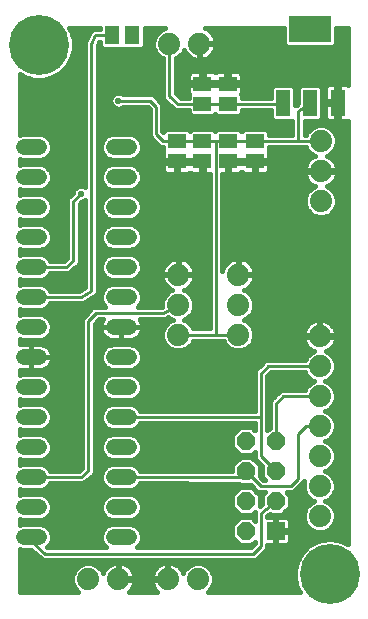
<source format=gbl>
G75*
%MOIN*%
%OFA0B0*%
%FSLAX24Y24*%
%IPPOS*%
%LPD*%
%AMOC8*
5,1,8,0,0,1.08239X$1,22.5*
%
%ADD10C,0.0740*%
%ADD11R,0.0591X0.0512*%
%ADD12R,0.0480X0.0880*%
%ADD13R,0.1417X0.0866*%
%ADD14R,0.0600X0.0600*%
%ADD15OC8,0.0600*%
%ADD16R,0.0512X0.0591*%
%ADD17C,0.0520*%
%ADD18C,0.0160*%
%ADD19C,0.0210*%
%ADD20C,0.0100*%
%ADD21C,0.2000*%
D10*
X007180Y007580D03*
X008180Y007580D03*
X009830Y007580D03*
X010830Y007580D03*
X014894Y009680D03*
X014894Y010680D03*
X014894Y011680D03*
X014894Y012680D03*
X014894Y013680D03*
X014894Y014680D03*
X014894Y015680D03*
X012180Y015730D03*
X012180Y016730D03*
X012180Y017730D03*
X010180Y017730D03*
X010180Y016730D03*
X010180Y015730D03*
X014930Y020180D03*
X014930Y021180D03*
X014930Y022180D03*
X010880Y025430D03*
X009880Y025430D03*
D11*
X010981Y024088D03*
X010981Y023419D03*
X011831Y023419D03*
X011831Y024088D03*
X011835Y022180D03*
X011835Y021510D03*
X010985Y021510D03*
X010985Y022180D03*
X010135Y022180D03*
X010135Y021510D03*
X012735Y021510D03*
X012735Y022180D03*
D12*
X013670Y023460D03*
X014580Y023460D03*
X015490Y023460D03*
D13*
X014580Y025900D03*
D14*
X013430Y009180D03*
D15*
X013430Y010180D03*
X013430Y011180D03*
X013430Y012180D03*
X012430Y012180D03*
X012430Y011180D03*
X012430Y010180D03*
X012430Y009180D03*
D16*
X008640Y025705D03*
X007970Y025705D03*
D17*
X008020Y021980D02*
X008540Y021980D01*
X008540Y020980D02*
X008020Y020980D01*
X008020Y019980D02*
X008540Y019980D01*
X008540Y018980D02*
X008020Y018980D01*
X008020Y017980D02*
X008540Y017980D01*
X008540Y016980D02*
X008020Y016980D01*
X008020Y015980D02*
X008540Y015980D01*
X008540Y014980D02*
X008020Y014980D01*
X008020Y013980D02*
X008540Y013980D01*
X008540Y012980D02*
X008020Y012980D01*
X008020Y011980D02*
X008540Y011980D01*
X008540Y010980D02*
X008020Y010980D01*
X008020Y009980D02*
X008540Y009980D01*
X008540Y008980D02*
X008020Y008980D01*
X005540Y008980D02*
X005020Y008980D01*
X005020Y009980D02*
X005540Y009980D01*
X005540Y010980D02*
X005020Y010980D01*
X005020Y011980D02*
X005540Y011980D01*
X005540Y012980D02*
X005020Y012980D01*
X005020Y013980D02*
X005540Y013980D01*
X005540Y014980D02*
X005020Y014980D01*
X005020Y015980D02*
X005540Y015980D01*
X005540Y016980D02*
X005020Y016980D01*
X005020Y017980D02*
X005540Y017980D01*
X005540Y018980D02*
X005020Y018980D01*
X005020Y019980D02*
X005540Y019980D01*
X005540Y020980D02*
X005020Y020980D01*
X005020Y021980D02*
X005540Y021980D01*
D18*
X004910Y008571D02*
X004910Y007160D01*
X006850Y007160D01*
X006731Y007280D01*
X006650Y007475D01*
X006650Y007685D01*
X006731Y007880D01*
X006880Y008029D01*
X007075Y008110D01*
X007285Y008110D01*
X007480Y008029D01*
X007629Y007880D01*
X007669Y007786D01*
X007670Y007791D01*
X007710Y007868D01*
X007760Y007938D01*
X007822Y008000D01*
X007892Y008050D01*
X007969Y008090D01*
X008051Y008116D01*
X008137Y008130D01*
X008160Y008130D01*
X008160Y007600D01*
X008200Y007600D01*
X008200Y008130D01*
X008223Y008130D01*
X008309Y008116D01*
X008391Y008090D01*
X008468Y008050D01*
X008538Y008000D01*
X008600Y007938D01*
X008650Y007868D01*
X008690Y007791D01*
X008716Y007709D01*
X008730Y007623D01*
X008730Y007600D01*
X008200Y007600D01*
X008200Y007560D01*
X008730Y007560D01*
X008730Y007537D01*
X008716Y007451D01*
X008690Y007369D01*
X008650Y007292D01*
X008600Y007222D01*
X008538Y007160D01*
X008538Y007160D01*
X009472Y007160D01*
X009472Y007160D01*
X009410Y007222D01*
X009360Y007292D01*
X009320Y007369D01*
X009294Y007451D01*
X009280Y007537D01*
X009280Y007560D01*
X009810Y007560D01*
X009810Y007600D01*
X009810Y008130D01*
X009787Y008130D01*
X009701Y008116D01*
X009619Y008090D01*
X009542Y008050D01*
X009472Y008000D01*
X009410Y007938D01*
X009360Y007868D01*
X009320Y007791D01*
X009294Y007709D01*
X009280Y007623D01*
X009280Y007600D01*
X009810Y007600D01*
X009850Y007600D01*
X009850Y008130D01*
X009873Y008130D01*
X009959Y008116D01*
X010041Y008090D01*
X010118Y008050D01*
X010188Y008000D01*
X010250Y007938D01*
X010300Y007868D01*
X010340Y007791D01*
X010341Y007786D01*
X010381Y007880D01*
X010530Y008029D01*
X010725Y008110D01*
X010935Y008110D01*
X011130Y008029D01*
X011279Y007880D01*
X011360Y007685D01*
X011360Y007475D01*
X011279Y007280D01*
X011160Y007160D01*
X014224Y007160D01*
X014147Y007294D01*
X014068Y007589D01*
X014068Y007894D01*
X014147Y008189D01*
X014299Y008454D01*
X014515Y008669D01*
X014780Y008822D01*
X015075Y008901D01*
X015380Y008901D01*
X015675Y008822D01*
X015820Y008739D01*
X015820Y022864D01*
X015799Y022852D01*
X015754Y022840D01*
X015530Y022840D01*
X015530Y023420D01*
X015450Y023420D01*
X015450Y022840D01*
X015226Y022840D01*
X015181Y022852D01*
X015139Y022876D01*
X015106Y022909D01*
X015082Y022951D01*
X015070Y022996D01*
X015070Y023420D01*
X015450Y023420D01*
X015450Y023500D01*
X015450Y024080D01*
X015226Y024080D01*
X015181Y024068D01*
X015139Y024044D01*
X015106Y024011D01*
X015082Y023969D01*
X015070Y023924D01*
X015070Y023500D01*
X015450Y023500D01*
X015530Y023500D01*
X015530Y024080D01*
X015754Y024080D01*
X015799Y024068D01*
X015820Y024056D01*
X015820Y025946D01*
X015449Y025946D01*
X015449Y025401D01*
X015355Y025307D01*
X013805Y025307D01*
X013711Y025401D01*
X013711Y025946D01*
X011072Y025946D01*
X011091Y025940D01*
X011168Y025900D01*
X011238Y025850D01*
X011300Y025788D01*
X011350Y025718D01*
X011390Y025641D01*
X011416Y025559D01*
X011430Y025473D01*
X011430Y025450D01*
X010900Y025450D01*
X010900Y025410D01*
X011430Y025410D01*
X011430Y025387D01*
X011416Y025301D01*
X011390Y025219D01*
X011350Y025142D01*
X011300Y025072D01*
X011238Y025010D01*
X011168Y024960D01*
X011091Y024920D01*
X011009Y024894D01*
X010923Y024880D01*
X010900Y024880D01*
X010900Y025410D01*
X010860Y025410D01*
X010860Y024880D01*
X010837Y024880D01*
X010751Y024894D01*
X010669Y024920D01*
X010592Y024960D01*
X010522Y025010D01*
X010460Y025072D01*
X010410Y025142D01*
X010370Y025219D01*
X010369Y025224D01*
X010329Y025130D01*
X010180Y024981D01*
X010090Y024943D01*
X010090Y023767D01*
X010256Y023629D01*
X010526Y023629D01*
X010526Y023741D01*
X010529Y023744D01*
X010518Y023763D01*
X010506Y023809D01*
X010506Y024040D01*
X010933Y024040D01*
X010933Y024136D01*
X010506Y024136D01*
X010506Y024368D01*
X010518Y024414D01*
X010542Y024455D01*
X010575Y024488D01*
X010616Y024512D01*
X010662Y024524D01*
X010933Y024524D01*
X010933Y024136D01*
X011029Y024136D01*
X011783Y024136D01*
X011783Y024040D01*
X011356Y024040D01*
X011029Y024040D01*
X011029Y024136D01*
X011029Y024524D01*
X011300Y024524D01*
X011346Y024512D01*
X011387Y024488D01*
X011406Y024469D01*
X011425Y024488D01*
X011466Y024512D01*
X011512Y024524D01*
X011783Y024524D01*
X011783Y024136D01*
X011879Y024136D01*
X012307Y024136D01*
X012307Y024368D01*
X012294Y024414D01*
X012271Y024455D01*
X012237Y024488D01*
X012196Y024512D01*
X012150Y024524D01*
X011879Y024524D01*
X011879Y024136D01*
X011879Y024040D01*
X012307Y024040D01*
X012307Y023809D01*
X012294Y023763D01*
X012283Y023744D01*
X012287Y023741D01*
X012287Y023629D01*
X013270Y023628D01*
X013270Y023966D01*
X013364Y024060D01*
X013976Y024060D01*
X014070Y023966D01*
X014070Y023367D01*
X014099Y023396D01*
X014121Y023396D01*
X014180Y023438D01*
X014180Y023966D01*
X014274Y024060D01*
X014886Y024060D01*
X014980Y023966D01*
X014980Y022954D01*
X014886Y022860D01*
X014396Y022860D01*
X014395Y022390D01*
X014443Y022390D01*
X014481Y022480D01*
X014630Y022629D01*
X014825Y022710D01*
X015035Y022710D01*
X015230Y022629D01*
X015379Y022480D01*
X015460Y022285D01*
X015460Y022075D01*
X015379Y021880D01*
X015230Y021731D01*
X015136Y021691D01*
X015141Y021690D01*
X015218Y021650D01*
X015288Y021600D01*
X015350Y021538D01*
X015400Y021468D01*
X015440Y021391D01*
X015466Y021309D01*
X015480Y021223D01*
X015480Y021200D01*
X014950Y021200D01*
X014950Y021160D01*
X015480Y021160D01*
X015480Y021137D01*
X015466Y021051D01*
X015440Y020969D01*
X015400Y020892D01*
X015350Y020822D01*
X015288Y020760D01*
X015218Y020710D01*
X015141Y020670D01*
X015136Y020669D01*
X015230Y020629D01*
X015379Y020480D01*
X015460Y020285D01*
X015460Y020075D01*
X015379Y019880D01*
X015230Y019731D01*
X015035Y019650D01*
X014825Y019650D01*
X014630Y019731D01*
X014481Y019880D01*
X014400Y020075D01*
X014400Y020285D01*
X014481Y020480D01*
X014630Y020629D01*
X014724Y020669D01*
X014719Y020670D01*
X014642Y020710D01*
X014572Y020760D01*
X014510Y020822D01*
X014460Y020892D01*
X014420Y020969D01*
X014394Y021051D01*
X014380Y021137D01*
X014380Y021160D01*
X014910Y021160D01*
X014910Y021200D01*
X014380Y021200D01*
X014380Y021223D01*
X014394Y021309D01*
X014420Y021391D01*
X014460Y021468D01*
X014510Y021538D01*
X014572Y021600D01*
X014642Y021650D01*
X014719Y021690D01*
X014724Y021691D01*
X014630Y021731D01*
X014481Y021880D01*
X014443Y021970D01*
X014272Y021970D01*
X014272Y021970D01*
X014185Y021970D01*
X013272Y021970D01*
X013272Y021970D01*
X013190Y021970D01*
X013190Y021857D01*
X013187Y021854D01*
X013198Y021836D01*
X013210Y021790D01*
X013210Y021558D01*
X012783Y021558D01*
X012783Y021462D01*
X012783Y021074D01*
X013054Y021074D01*
X013100Y021087D01*
X013141Y021110D01*
X013174Y021144D01*
X013198Y021185D01*
X013210Y021231D01*
X013210Y021462D01*
X012783Y021462D01*
X012687Y021462D01*
X012687Y021074D01*
X012416Y021074D01*
X012370Y021087D01*
X012329Y021110D01*
X012296Y021144D01*
X012285Y021162D01*
X012274Y021144D01*
X012241Y021110D01*
X012200Y021087D01*
X012154Y021074D01*
X011883Y021074D01*
X011883Y021462D01*
X011787Y021462D01*
X011787Y021074D01*
X011640Y021074D01*
X011640Y017836D01*
X011644Y017859D01*
X011670Y017941D01*
X011710Y018018D01*
X011760Y018088D01*
X011822Y018150D01*
X011892Y018200D01*
X011969Y018240D01*
X012051Y018266D01*
X012137Y018280D01*
X012160Y018280D01*
X012160Y017750D01*
X012200Y017750D01*
X012200Y018280D01*
X012223Y018280D01*
X012309Y018266D01*
X012391Y018240D01*
X012468Y018200D01*
X012538Y018150D01*
X012600Y018088D01*
X012650Y018018D01*
X012690Y017941D01*
X012716Y017859D01*
X012730Y017773D01*
X012730Y017750D01*
X012200Y017750D01*
X012200Y017710D01*
X012730Y017710D01*
X012730Y017687D01*
X012716Y017601D01*
X012690Y017519D01*
X012650Y017442D01*
X012600Y017372D01*
X012538Y017310D01*
X012468Y017260D01*
X012391Y017220D01*
X012386Y017219D01*
X012480Y017179D01*
X012629Y017030D01*
X012710Y016835D01*
X012710Y016625D01*
X012629Y016430D01*
X012480Y016281D01*
X012358Y016230D01*
X012480Y016179D01*
X012629Y016030D01*
X012710Y015835D01*
X012710Y015625D01*
X012629Y015430D01*
X012480Y015281D01*
X012285Y015200D01*
X012075Y015200D01*
X011880Y015281D01*
X011731Y015430D01*
X011693Y015520D01*
X010667Y015520D01*
X010629Y015430D01*
X010480Y015281D01*
X010285Y015200D01*
X010075Y015200D01*
X009880Y015281D01*
X009731Y015430D01*
X009650Y015625D01*
X009650Y015835D01*
X009731Y016030D01*
X009880Y016179D01*
X010002Y016230D01*
X009880Y016281D01*
X009852Y016309D01*
X009813Y016287D01*
X009772Y016246D01*
X009739Y016246D01*
X009711Y016230D01*
X009655Y016246D01*
X008890Y016246D01*
X008916Y016211D01*
X008948Y016149D01*
X008969Y016083D01*
X008980Y016015D01*
X008980Y015980D01*
X008280Y015980D01*
X008280Y015980D01*
X008980Y015980D01*
X008980Y015945D01*
X008969Y015877D01*
X008948Y015811D01*
X008916Y015749D01*
X008876Y015693D01*
X008827Y015644D01*
X008771Y015604D01*
X008709Y015572D01*
X008643Y015551D01*
X008575Y015540D01*
X008280Y015540D01*
X008280Y015980D01*
X008280Y015980D01*
X008280Y015980D01*
X007580Y015980D01*
X007580Y016015D01*
X007591Y016083D01*
X007612Y016149D01*
X007644Y016211D01*
X007670Y016246D01*
X007527Y016246D01*
X007390Y016098D01*
X007390Y011254D01*
X007398Y011243D01*
X007390Y011168D01*
X007390Y011093D01*
X007381Y011084D01*
X007379Y011070D01*
X007320Y011023D01*
X007267Y010970D01*
X007254Y010970D01*
X007070Y010823D01*
X007017Y010770D01*
X007004Y010770D01*
X006993Y010762D01*
X006918Y010770D01*
X005908Y010770D01*
X005896Y010742D01*
X005778Y010624D01*
X005624Y010560D01*
X004936Y010560D01*
X004910Y010571D01*
X004910Y010389D01*
X004936Y010400D01*
X005624Y010400D01*
X005778Y010336D01*
X005896Y010218D01*
X005960Y010064D01*
X005960Y009896D01*
X005896Y009742D01*
X005778Y009624D01*
X005624Y009560D01*
X004936Y009560D01*
X004910Y009571D01*
X004910Y009389D01*
X004936Y009400D01*
X005624Y009400D01*
X005778Y009336D01*
X005896Y009218D01*
X005960Y009064D01*
X005960Y008896D01*
X005896Y008742D01*
X005809Y008655D01*
X005827Y008640D01*
X007766Y008640D01*
X007664Y008742D01*
X007600Y008896D01*
X007600Y009064D01*
X007664Y009218D01*
X007782Y009336D01*
X007936Y009400D01*
X008624Y009400D01*
X008778Y009336D01*
X008896Y009218D01*
X008960Y009064D01*
X008960Y008896D01*
X008896Y008742D01*
X008794Y008640D01*
X012593Y008640D01*
X012721Y008768D01*
X012721Y008821D01*
X012621Y008720D01*
X012239Y008720D01*
X011970Y008989D01*
X011970Y009371D01*
X012239Y009640D01*
X012621Y009640D01*
X012729Y009532D01*
X012730Y009707D01*
X012724Y009716D01*
X012731Y009793D01*
X012732Y009831D01*
X012621Y009720D01*
X012239Y009720D01*
X011970Y009989D01*
X011970Y010371D01*
X012239Y010640D01*
X012621Y010640D01*
X012890Y010371D01*
X012890Y010010D01*
X012970Y010076D01*
X012970Y010371D01*
X013069Y010469D01*
X012929Y010470D01*
X012843Y010470D01*
X012842Y010471D01*
X012842Y010471D01*
X012781Y010532D01*
X012593Y010720D01*
X012239Y010720D01*
X012196Y010764D01*
X012179Y010765D01*
X008907Y010769D01*
X008896Y010742D01*
X008778Y010624D01*
X008624Y010560D01*
X007936Y010560D01*
X007782Y010624D01*
X007664Y010742D01*
X007600Y010896D01*
X007600Y011064D01*
X007664Y011218D01*
X007782Y011336D01*
X007936Y011400D01*
X008624Y011400D01*
X008778Y011336D01*
X008896Y011218D01*
X008908Y011189D01*
X011970Y011185D01*
X011970Y011371D01*
X012239Y011640D01*
X012621Y011640D01*
X012890Y011371D01*
X012890Y011017D01*
X013018Y010889D01*
X013070Y010889D01*
X012970Y010989D01*
X012970Y011343D01*
X012843Y011470D01*
X012720Y011593D01*
X012720Y011819D01*
X012621Y011720D01*
X012239Y011720D01*
X011970Y011989D01*
X011970Y012371D01*
X012239Y012640D01*
X012621Y012640D01*
X012720Y012541D01*
X012720Y012770D01*
X008908Y012770D01*
X008896Y012742D01*
X008778Y012624D01*
X008624Y012560D01*
X007936Y012560D01*
X007782Y012624D01*
X007664Y012742D01*
X007600Y012896D01*
X007600Y013064D01*
X007664Y013218D01*
X007782Y013336D01*
X007936Y013400D01*
X008624Y013400D01*
X008778Y013336D01*
X008896Y013218D01*
X008908Y013190D01*
X012720Y013190D01*
X012720Y014428D01*
X012718Y014512D01*
X012720Y014514D01*
X012720Y014517D01*
X012780Y014577D01*
X012957Y014763D01*
X012957Y014766D01*
X013017Y014825D01*
X013076Y014887D01*
X013078Y014887D01*
X013080Y014889D01*
X013165Y014889D01*
X013250Y014891D01*
X013252Y014889D01*
X014407Y014890D01*
X014444Y014980D01*
X014594Y015129D01*
X014688Y015169D01*
X014683Y015170D01*
X014605Y015210D01*
X014535Y015260D01*
X014474Y015322D01*
X014423Y015392D01*
X014384Y015469D01*
X014357Y015551D01*
X014344Y015637D01*
X014344Y015660D01*
X014874Y015660D01*
X014874Y015700D01*
X014874Y016230D01*
X014850Y016230D01*
X014765Y016216D01*
X014683Y016190D01*
X014605Y016150D01*
X014535Y016100D01*
X014474Y016038D01*
X014423Y015968D01*
X014384Y015891D01*
X014357Y015809D01*
X014344Y015723D01*
X014344Y015700D01*
X014874Y015700D01*
X014914Y015700D01*
X015444Y015700D01*
X015444Y015723D01*
X015430Y015809D01*
X015403Y015891D01*
X015364Y015968D01*
X015313Y016038D01*
X015252Y016100D01*
X015182Y016150D01*
X015105Y016190D01*
X015023Y016216D01*
X014937Y016230D01*
X014914Y016230D01*
X014914Y015700D01*
X014914Y015660D01*
X015444Y015660D01*
X015444Y015637D01*
X015430Y015551D01*
X015403Y015469D01*
X015364Y015392D01*
X015313Y015322D01*
X015252Y015260D01*
X015182Y015210D01*
X015105Y015170D01*
X015099Y015169D01*
X015194Y015129D01*
X015343Y014980D01*
X015424Y014785D01*
X015424Y014575D01*
X015343Y014380D01*
X015194Y014231D01*
X015072Y014180D01*
X015194Y014129D01*
X015343Y013980D01*
X015424Y013785D01*
X015424Y013575D01*
X015343Y013380D01*
X015194Y013231D01*
X015072Y013180D01*
X015194Y013129D01*
X015343Y012980D01*
X015424Y012785D01*
X015424Y012575D01*
X015343Y012380D01*
X015194Y012231D01*
X015072Y012180D01*
X015194Y012129D01*
X015343Y011980D01*
X015424Y011785D01*
X015424Y011575D01*
X015343Y011380D01*
X015194Y011231D01*
X015072Y011180D01*
X015194Y011129D01*
X015343Y010980D01*
X015424Y010785D01*
X015424Y010575D01*
X015343Y010380D01*
X015194Y010231D01*
X015072Y010180D01*
X015194Y010129D01*
X015343Y009980D01*
X015424Y009785D01*
X015424Y009575D01*
X015343Y009380D01*
X015194Y009231D01*
X014999Y009150D01*
X014788Y009150D01*
X014594Y009231D01*
X014444Y009380D01*
X014364Y009575D01*
X014364Y009785D01*
X014444Y009980D01*
X014594Y010129D01*
X014716Y010180D01*
X014594Y010231D01*
X014444Y010380D01*
X014364Y010575D01*
X014364Y010785D01*
X014386Y010839D01*
X014080Y010533D01*
X014022Y010472D01*
X014019Y010472D01*
X014017Y010470D01*
X013933Y010470D01*
X013811Y010467D01*
X013808Y010464D01*
X013796Y010465D01*
X013890Y010371D01*
X013890Y009989D01*
X013621Y009720D01*
X013239Y009720D01*
X013221Y009738D01*
X013150Y009681D01*
X013150Y009660D01*
X013410Y009660D01*
X013410Y009200D01*
X013450Y009200D01*
X013450Y009660D01*
X013754Y009660D01*
X013799Y009648D01*
X013841Y009624D01*
X013874Y009591D01*
X013898Y009549D01*
X013910Y009504D01*
X013910Y009200D01*
X013450Y009200D01*
X013450Y009160D01*
X013910Y009160D01*
X013910Y008856D01*
X013898Y008811D01*
X013874Y008769D01*
X013841Y008736D01*
X013799Y008712D01*
X013754Y008700D01*
X013450Y008700D01*
X013450Y009160D01*
X013410Y009160D01*
X013410Y008700D01*
X013140Y008700D01*
X013140Y008679D01*
X013140Y008593D01*
X013139Y008592D01*
X013139Y008591D01*
X013078Y008531D01*
X012890Y008343D01*
X012767Y008220D01*
X005759Y008220D01*
X005681Y008213D01*
X005673Y008220D01*
X005663Y008220D01*
X005608Y008275D01*
X005271Y008560D01*
X004936Y008560D01*
X004910Y008571D01*
X004910Y008424D02*
X005432Y008424D01*
X005618Y008265D02*
X004910Y008265D01*
X004910Y008107D02*
X007066Y008107D01*
X007294Y008107D02*
X008021Y008107D01*
X008160Y008107D02*
X008200Y008107D01*
X008339Y008107D02*
X009671Y008107D01*
X009810Y008107D02*
X009850Y008107D01*
X009989Y008107D02*
X010716Y008107D01*
X010944Y008107D02*
X014124Y008107D01*
X014082Y007948D02*
X011212Y007948D01*
X011317Y007790D02*
X014068Y007790D01*
X014068Y007631D02*
X011360Y007631D01*
X011359Y007473D02*
X014099Y007473D01*
X014141Y007314D02*
X011293Y007314D01*
X010448Y007948D02*
X010240Y007948D01*
X010340Y007790D02*
X010343Y007790D01*
X009850Y007790D02*
X009810Y007790D01*
X009810Y007948D02*
X009850Y007948D01*
X009850Y007631D02*
X009810Y007631D01*
X009420Y007948D02*
X008590Y007948D01*
X008690Y007790D02*
X009320Y007790D01*
X009281Y007631D02*
X008729Y007631D01*
X008720Y007473D02*
X009290Y007473D01*
X009348Y007314D02*
X008662Y007314D01*
X008200Y007631D02*
X008160Y007631D01*
X008160Y007790D02*
X008200Y007790D01*
X008200Y007948D02*
X008160Y007948D01*
X007770Y007948D02*
X007562Y007948D01*
X007667Y007790D02*
X007670Y007790D01*
X006798Y007948D02*
X004910Y007948D01*
X004910Y007790D02*
X006693Y007790D01*
X006650Y007631D02*
X004910Y007631D01*
X004910Y007473D02*
X006651Y007473D01*
X006717Y007314D02*
X004910Y007314D01*
X005894Y008741D02*
X007666Y008741D01*
X007600Y008899D02*
X005960Y008899D01*
X005960Y009058D02*
X007600Y009058D01*
X007663Y009216D02*
X005897Y009216D01*
X005685Y009375D02*
X007875Y009375D01*
X007936Y009560D02*
X007782Y009624D01*
X007664Y009742D01*
X007600Y009896D01*
X007600Y010064D01*
X007664Y010218D01*
X007782Y010336D01*
X007936Y010400D01*
X008624Y010400D01*
X008778Y010336D01*
X008896Y010218D01*
X008960Y010064D01*
X008960Y009896D01*
X008896Y009742D01*
X008778Y009624D01*
X008624Y009560D01*
X007936Y009560D01*
X007715Y009692D02*
X005845Y009692D01*
X005941Y009850D02*
X007619Y009850D01*
X007600Y010009D02*
X005960Y010009D01*
X005917Y010167D02*
X007643Y010167D01*
X007772Y010326D02*
X005788Y010326D01*
X005796Y010643D02*
X007764Y010643D01*
X007640Y010801D02*
X007048Y010801D01*
X007241Y010960D02*
X007600Y010960D01*
X007623Y011118D02*
X007390Y011118D01*
X007390Y011277D02*
X007723Y011277D01*
X007856Y011594D02*
X007390Y011594D01*
X007390Y011752D02*
X007660Y011752D01*
X007664Y011742D02*
X007782Y011624D01*
X007936Y011560D01*
X008624Y011560D01*
X008778Y011624D01*
X008896Y011742D01*
X008960Y011896D01*
X008960Y012064D01*
X008896Y012218D01*
X008778Y012336D01*
X008624Y012400D01*
X007936Y012400D01*
X007782Y012336D01*
X007664Y012218D01*
X007600Y012064D01*
X007600Y011896D01*
X007664Y011742D01*
X007600Y011911D02*
X007390Y011911D01*
X007390Y012069D02*
X007602Y012069D01*
X007674Y012228D02*
X007390Y012228D01*
X007390Y012386D02*
X007903Y012386D01*
X007703Y012703D02*
X007390Y012703D01*
X007390Y012545D02*
X012144Y012545D01*
X011985Y012386D02*
X008657Y012386D01*
X008886Y012228D02*
X011970Y012228D01*
X011970Y012069D02*
X008958Y012069D01*
X008960Y011911D02*
X012049Y011911D01*
X012207Y011752D02*
X008900Y011752D01*
X008704Y011594D02*
X012193Y011594D01*
X012034Y011435D02*
X007390Y011435D01*
X006970Y011435D02*
X004910Y011435D01*
X004936Y011400D02*
X004910Y011389D01*
X004910Y011571D01*
X004936Y011560D01*
X005624Y011560D01*
X005778Y011624D01*
X005896Y011742D01*
X005960Y011896D01*
X005960Y012064D01*
X005896Y012218D01*
X005778Y012336D01*
X005624Y012400D01*
X004936Y012400D01*
X004910Y012389D01*
X004910Y012571D01*
X004936Y012560D01*
X005624Y012560D01*
X005778Y012624D01*
X005896Y012742D01*
X005960Y012896D01*
X005960Y013064D01*
X005896Y013218D01*
X005778Y013336D01*
X005624Y013400D01*
X004936Y013400D01*
X004910Y013389D01*
X004910Y013571D01*
X004936Y013560D01*
X005624Y013560D01*
X005778Y013624D01*
X005896Y013742D01*
X005960Y013896D01*
X005960Y014064D01*
X005896Y014218D01*
X005778Y014336D01*
X005624Y014400D01*
X004936Y014400D01*
X004910Y014389D01*
X004910Y014553D01*
X004917Y014551D01*
X004985Y014540D01*
X005280Y014540D01*
X005575Y014540D01*
X005643Y014551D01*
X005709Y014572D01*
X005771Y014604D01*
X005827Y014644D01*
X005876Y014693D01*
X005916Y014749D01*
X005948Y014811D01*
X005969Y014877D01*
X005980Y014945D01*
X005980Y014980D01*
X005980Y015015D01*
X005969Y015083D01*
X005948Y015149D01*
X005916Y015211D01*
X005876Y015267D01*
X005827Y015316D01*
X005771Y015356D01*
X005709Y015388D01*
X005643Y015409D01*
X005575Y015420D01*
X005280Y015420D01*
X005280Y014980D01*
X005280Y014980D01*
X005980Y014980D01*
X005280Y014980D01*
X005280Y014980D01*
X005280Y015420D01*
X004985Y015420D01*
X004917Y015409D01*
X004910Y015407D01*
X004910Y015571D01*
X004936Y015560D01*
X005624Y015560D01*
X005778Y015624D01*
X005896Y015742D01*
X005960Y015896D01*
X005960Y016064D01*
X005896Y016218D01*
X005778Y016336D01*
X005624Y016400D01*
X004936Y016400D01*
X004910Y016389D01*
X004910Y016571D01*
X004936Y016560D01*
X005624Y016560D01*
X005778Y016624D01*
X005896Y016742D01*
X005908Y016770D01*
X006902Y016770D01*
X006959Y016755D01*
X006986Y016770D01*
X007017Y016770D01*
X007059Y016812D01*
X007336Y016970D01*
X007367Y016970D01*
X007409Y017012D01*
X007460Y017041D01*
X007468Y017071D01*
X007490Y017093D01*
X007490Y017152D01*
X007505Y017209D01*
X007490Y017236D01*
X007490Y025380D01*
X007547Y025495D01*
X007554Y025495D01*
X007554Y025343D01*
X007648Y025250D01*
X008293Y025250D01*
X008305Y025262D01*
X008317Y025250D01*
X008962Y025250D01*
X009056Y025343D01*
X009056Y025946D01*
X009741Y025946D01*
X009580Y025879D01*
X009431Y025730D01*
X009350Y025535D01*
X009350Y025325D01*
X009431Y025130D01*
X009580Y024981D01*
X009670Y024943D01*
X009670Y023745D01*
X009663Y023736D01*
X009670Y023659D01*
X009670Y023582D01*
X009678Y023574D01*
X009679Y023563D01*
X009738Y023513D01*
X009793Y023459D01*
X009804Y023459D01*
X010038Y023264D01*
X010093Y023209D01*
X010104Y023209D01*
X010113Y023202D01*
X010190Y023209D01*
X010526Y023209D01*
X010526Y023097D01*
X010620Y023003D01*
X011343Y023003D01*
X011406Y023067D01*
X011470Y023003D01*
X012193Y023003D01*
X012287Y023097D01*
X012287Y023209D01*
X013270Y023208D01*
X013270Y022954D01*
X013364Y022860D01*
X013976Y022860D01*
X013975Y022390D01*
X013190Y022390D01*
X013190Y022502D01*
X013097Y022596D01*
X012373Y022596D01*
X012285Y022507D01*
X012197Y022596D01*
X011473Y022596D01*
X011410Y022532D01*
X011347Y022596D01*
X010623Y022596D01*
X010560Y022532D01*
X010497Y022596D01*
X009773Y022596D01*
X009680Y022502D01*
X009680Y022477D01*
X009640Y022517D01*
X009640Y023324D01*
X009644Y023406D01*
X009640Y023411D01*
X009640Y023417D01*
X009582Y023475D01*
X009460Y023611D01*
X009460Y023617D01*
X009402Y023675D01*
X009348Y023735D01*
X009342Y023735D01*
X009337Y023740D01*
X009256Y023740D01*
X009174Y023744D01*
X009169Y023740D01*
X008342Y023740D01*
X008328Y023755D01*
X008230Y023795D01*
X008125Y023795D01*
X008027Y023755D01*
X007953Y023680D01*
X007913Y023583D01*
X007913Y023477D01*
X007953Y023380D01*
X008027Y023305D01*
X008125Y023265D01*
X008230Y023265D01*
X008328Y023305D01*
X008342Y023320D01*
X009156Y023320D01*
X009220Y023249D01*
X009220Y022343D01*
X009343Y022220D01*
X009531Y022032D01*
X009593Y021970D01*
X009680Y021970D01*
X009680Y021857D01*
X009683Y021854D01*
X009672Y021836D01*
X009660Y021790D01*
X009660Y021558D01*
X010087Y021558D01*
X010087Y021462D01*
X010183Y021462D01*
X010183Y021074D01*
X010454Y021074D01*
X010500Y021087D01*
X010541Y021110D01*
X010560Y021130D01*
X010579Y021110D01*
X010620Y021087D01*
X010666Y021074D01*
X010937Y021074D01*
X010937Y021462D01*
X011033Y021462D01*
X011033Y021074D01*
X011220Y021074D01*
X011220Y015940D01*
X010667Y015940D01*
X010629Y016030D01*
X010480Y016179D01*
X010358Y016230D01*
X010480Y016281D01*
X010629Y016430D01*
X010710Y016625D01*
X010710Y016835D01*
X010629Y017030D01*
X010480Y017179D01*
X010386Y017219D01*
X010391Y017220D01*
X010468Y017260D01*
X010538Y017310D01*
X010600Y017372D01*
X010650Y017442D01*
X010690Y017519D01*
X010716Y017601D01*
X010730Y017687D01*
X010730Y017710D01*
X010200Y017710D01*
X010200Y017750D01*
X010160Y017750D01*
X010160Y018280D01*
X010137Y018280D01*
X010051Y018266D01*
X009969Y018240D01*
X009892Y018200D01*
X009822Y018150D01*
X009760Y018088D01*
X009710Y018018D01*
X009670Y017941D01*
X009644Y017859D01*
X009630Y017773D01*
X009630Y017750D01*
X010160Y017750D01*
X010160Y017710D01*
X009630Y017710D01*
X009630Y017687D01*
X009644Y017601D01*
X009670Y017519D01*
X009710Y017442D01*
X009760Y017372D01*
X009822Y017310D01*
X009892Y017260D01*
X009969Y017220D01*
X009974Y017219D01*
X009880Y017179D01*
X009731Y017030D01*
X009650Y016835D01*
X009650Y016677D01*
X009631Y016666D01*
X008820Y016666D01*
X008896Y016742D01*
X008960Y016896D01*
X008960Y017064D01*
X008896Y017218D01*
X008778Y017336D01*
X008624Y017400D01*
X007936Y017400D01*
X007782Y017336D01*
X007664Y017218D01*
X007600Y017064D01*
X007600Y016896D01*
X007664Y016742D01*
X007740Y016666D01*
X007517Y016666D01*
X007514Y016670D01*
X007431Y016666D01*
X007348Y016666D01*
X007345Y016663D01*
X007340Y016663D01*
X007284Y016602D01*
X007225Y016543D01*
X007225Y016538D01*
X007029Y016326D01*
X006970Y016267D01*
X006970Y016262D01*
X006967Y016259D01*
X006970Y016176D01*
X006970Y011281D01*
X006856Y011190D01*
X005908Y011190D01*
X005896Y011218D01*
X005778Y011336D01*
X005624Y011400D01*
X004936Y011400D01*
X004910Y010484D02*
X012083Y010484D01*
X011970Y010326D02*
X008788Y010326D01*
X008917Y010167D02*
X011970Y010167D01*
X011970Y010009D02*
X008960Y010009D01*
X008941Y009850D02*
X012109Y009850D01*
X012132Y009533D02*
X004910Y009533D01*
X005837Y011277D02*
X006964Y011277D01*
X006970Y011594D02*
X005704Y011594D01*
X005900Y011752D02*
X006970Y011752D01*
X006970Y011911D02*
X005960Y011911D01*
X005958Y012069D02*
X006970Y012069D01*
X006970Y012228D02*
X005886Y012228D01*
X005657Y012386D02*
X006970Y012386D01*
X006970Y012545D02*
X004910Y012545D01*
X004910Y013496D02*
X006970Y013496D01*
X006970Y013654D02*
X005808Y013654D01*
X005925Y013813D02*
X006970Y013813D01*
X006970Y013971D02*
X005960Y013971D01*
X005933Y014130D02*
X006970Y014130D01*
X006970Y014288D02*
X005826Y014288D01*
X005772Y014605D02*
X006970Y014605D01*
X006970Y014447D02*
X004910Y014447D01*
X005280Y014540D02*
X005280Y014980D01*
X005280Y014540D01*
X005280Y014605D02*
X005280Y014605D01*
X005280Y014764D02*
X005280Y014764D01*
X005280Y014922D02*
X005280Y014922D01*
X005280Y014980D02*
X005280Y014980D01*
X005280Y015081D02*
X005280Y015081D01*
X005280Y015239D02*
X005280Y015239D01*
X005280Y015398D02*
X005280Y015398D01*
X005679Y015398D02*
X006970Y015398D01*
X006970Y015556D02*
X004910Y015556D01*
X004910Y016507D02*
X007196Y016507D01*
X007050Y016349D02*
X005748Y016349D01*
X005908Y016190D02*
X006969Y016190D01*
X006970Y016032D02*
X005960Y016032D01*
X005950Y015873D02*
X006970Y015873D01*
X006970Y015715D02*
X005868Y015715D01*
X005896Y015239D02*
X006970Y015239D01*
X006970Y015081D02*
X005970Y015081D01*
X005976Y014922D02*
X006970Y014922D01*
X006970Y014764D02*
X005924Y014764D01*
X005776Y013337D02*
X006970Y013337D01*
X006970Y013179D02*
X005912Y013179D01*
X005960Y013020D02*
X006970Y013020D01*
X006970Y012862D02*
X005946Y012862D01*
X005857Y012703D02*
X006970Y012703D01*
X007390Y012862D02*
X007614Y012862D01*
X007600Y013020D02*
X007390Y013020D01*
X007390Y013179D02*
X007648Y013179D01*
X007784Y013337D02*
X007390Y013337D01*
X007390Y013496D02*
X012720Y013496D01*
X012720Y013654D02*
X008808Y013654D01*
X008778Y013624D02*
X008896Y013742D01*
X008960Y013896D01*
X008960Y014064D01*
X008896Y014218D01*
X008778Y014336D01*
X008624Y014400D01*
X007936Y014400D01*
X007782Y014336D01*
X007664Y014218D01*
X007600Y014064D01*
X007600Y013896D01*
X007664Y013742D01*
X007782Y013624D01*
X007936Y013560D01*
X008624Y013560D01*
X008778Y013624D01*
X008925Y013813D02*
X012720Y013813D01*
X012720Y013971D02*
X008960Y013971D01*
X008933Y014130D02*
X012720Y014130D01*
X012720Y014288D02*
X008826Y014288D01*
X008732Y014605D02*
X012807Y014605D01*
X012720Y014447D02*
X007390Y014447D01*
X007390Y014605D02*
X007828Y014605D01*
X007782Y014624D02*
X007936Y014560D01*
X008624Y014560D01*
X008778Y014624D01*
X008896Y014742D01*
X008960Y014896D01*
X008960Y015064D01*
X008896Y015218D01*
X008778Y015336D01*
X008624Y015400D01*
X007936Y015400D01*
X007782Y015336D01*
X007664Y015218D01*
X007600Y015064D01*
X007600Y014896D01*
X007664Y014742D01*
X007782Y014624D01*
X007655Y014764D02*
X007390Y014764D01*
X007390Y014922D02*
X007600Y014922D01*
X007607Y015081D02*
X007390Y015081D01*
X007390Y015239D02*
X007685Y015239D01*
X007930Y015398D02*
X007390Y015398D01*
X007390Y015556D02*
X007901Y015556D01*
X007917Y015551D02*
X007851Y015572D01*
X007789Y015604D01*
X007733Y015644D01*
X007684Y015693D01*
X007644Y015749D01*
X007612Y015811D01*
X007591Y015877D01*
X007580Y015945D01*
X007580Y015980D01*
X008280Y015980D01*
X008280Y015540D01*
X007985Y015540D01*
X007917Y015551D01*
X008280Y015556D02*
X008280Y015556D01*
X008280Y015715D02*
X008280Y015715D01*
X008280Y015873D02*
X008280Y015873D01*
X008659Y015556D02*
X009678Y015556D01*
X009650Y015715D02*
X008891Y015715D01*
X008968Y015873D02*
X009666Y015873D01*
X009732Y016032D02*
X008977Y016032D01*
X008927Y016190D02*
X009906Y016190D01*
X009650Y016824D02*
X008930Y016824D01*
X008960Y016983D02*
X009711Y016983D01*
X009841Y017141D02*
X008928Y017141D01*
X008814Y017300D02*
X009837Y017300D01*
X009701Y017458D02*
X007490Y017458D01*
X007490Y017300D02*
X007746Y017300D01*
X007632Y017141D02*
X007490Y017141D01*
X007380Y016983D02*
X007600Y016983D01*
X007630Y016824D02*
X007080Y016824D01*
X007347Y016666D02*
X005819Y016666D01*
X005908Y017190D02*
X005896Y017218D01*
X005778Y017336D01*
X005624Y017400D01*
X004936Y017400D01*
X004910Y017389D01*
X004910Y017571D01*
X004936Y017560D01*
X005624Y017560D01*
X005778Y017624D01*
X005896Y017742D01*
X005908Y017770D01*
X006418Y017770D01*
X006493Y017762D01*
X006504Y017770D01*
X006517Y017770D01*
X006570Y017823D01*
X006754Y017970D01*
X006767Y017970D01*
X006820Y018023D01*
X006879Y018070D01*
X006881Y018084D01*
X006890Y018093D01*
X006890Y018168D01*
X006898Y018243D01*
X006890Y018254D01*
X006890Y020093D01*
X006962Y020165D01*
X006983Y020165D01*
X007070Y020201D01*
X007070Y017302D01*
X006874Y017190D01*
X005908Y017190D01*
X005814Y017300D02*
X007066Y017300D01*
X007070Y017458D02*
X004910Y017458D01*
X004910Y018389D02*
X004910Y018571D01*
X004936Y018560D01*
X005624Y018560D01*
X005778Y018624D01*
X005896Y018742D01*
X005960Y018896D01*
X005960Y019064D01*
X005896Y019218D01*
X005778Y019336D01*
X005624Y019400D01*
X004936Y019400D01*
X004910Y019389D01*
X004910Y019571D01*
X004936Y019560D01*
X005624Y019560D01*
X005778Y019624D01*
X005896Y019742D01*
X005960Y019896D01*
X005960Y020064D01*
X005896Y020218D01*
X005778Y020336D01*
X005624Y020400D01*
X004936Y020400D01*
X004910Y020389D01*
X004910Y020571D01*
X004936Y020560D01*
X005624Y020560D01*
X005778Y020624D01*
X005896Y020742D01*
X005960Y020896D01*
X005960Y021064D01*
X005896Y021218D01*
X005778Y021336D01*
X005624Y021400D01*
X004936Y021400D01*
X004910Y021389D01*
X004910Y021571D01*
X004936Y021560D01*
X005624Y021560D01*
X005778Y021624D01*
X005896Y021742D01*
X005960Y021896D01*
X007070Y021896D01*
X007070Y021738D02*
X005891Y021738D01*
X005960Y021896D02*
X005960Y022064D01*
X005896Y022218D01*
X005778Y022336D01*
X005624Y022400D01*
X004936Y022400D01*
X004910Y022389D01*
X004910Y024403D01*
X005081Y024304D01*
X005376Y024225D01*
X005681Y024225D01*
X005976Y024304D01*
X006241Y024457D01*
X006457Y024673D01*
X006610Y024937D01*
X006689Y025232D01*
X006689Y025538D01*
X006610Y025833D01*
X006544Y025946D01*
X007554Y025946D01*
X007554Y025915D01*
X007467Y025915D01*
X007434Y025932D01*
X007383Y025915D01*
X007331Y025915D01*
X007304Y025889D01*
X007269Y025877D01*
X007245Y025829D01*
X007208Y025792D01*
X007208Y025755D01*
X007107Y025554D01*
X007070Y025517D01*
X007070Y025480D01*
X007053Y025446D01*
X007070Y025396D01*
X007070Y020659D01*
X006983Y020695D01*
X006877Y020695D01*
X006780Y020655D01*
X006705Y020580D01*
X006665Y020483D01*
X006665Y020462D01*
X006593Y020390D01*
X006470Y020267D01*
X006470Y018281D01*
X006356Y018190D01*
X005908Y018190D01*
X005896Y018218D01*
X005778Y018336D01*
X005624Y018400D01*
X004936Y018400D01*
X004910Y018389D01*
X004910Y018409D02*
X006470Y018409D01*
X006470Y018568D02*
X005642Y018568D01*
X005863Y018251D02*
X006432Y018251D01*
X006708Y017934D02*
X007070Y017934D01*
X007070Y018092D02*
X006889Y018092D01*
X006893Y018251D02*
X007070Y018251D01*
X007070Y018409D02*
X006890Y018409D01*
X006890Y018568D02*
X007070Y018568D01*
X007070Y018726D02*
X006890Y018726D01*
X006890Y018885D02*
X007070Y018885D01*
X007070Y019043D02*
X006890Y019043D01*
X006890Y019202D02*
X007070Y019202D01*
X007070Y019360D02*
X006890Y019360D01*
X006890Y019519D02*
X007070Y019519D01*
X007070Y019677D02*
X006890Y019677D01*
X006890Y019836D02*
X007070Y019836D01*
X007070Y019994D02*
X006890Y019994D01*
X006950Y020153D02*
X007070Y020153D01*
X007490Y020153D02*
X007637Y020153D01*
X007664Y020218D02*
X007600Y020064D01*
X007600Y019896D01*
X007664Y019742D01*
X007782Y019624D01*
X007936Y019560D01*
X008624Y019560D01*
X008778Y019624D01*
X008896Y019742D01*
X008960Y019896D01*
X008960Y020064D01*
X008896Y020218D01*
X008778Y020336D01*
X008624Y020400D01*
X007936Y020400D01*
X007782Y020336D01*
X007664Y020218D01*
X007757Y020311D02*
X007490Y020311D01*
X007490Y020470D02*
X011220Y020470D01*
X011220Y020628D02*
X008782Y020628D01*
X008778Y020624D02*
X008896Y020742D01*
X008960Y020896D01*
X008960Y021064D01*
X008896Y021218D01*
X008778Y021336D01*
X008624Y021400D01*
X007936Y021400D01*
X007782Y021336D01*
X007664Y021218D01*
X007600Y021064D01*
X007600Y020896D01*
X007664Y020742D01*
X007782Y020624D01*
X007936Y020560D01*
X008624Y020560D01*
X008778Y020624D01*
X008914Y020787D02*
X011220Y020787D01*
X011220Y020945D02*
X008960Y020945D01*
X008943Y021104D02*
X009741Y021104D01*
X009729Y021110D02*
X009770Y021087D01*
X009816Y021074D01*
X010087Y021074D01*
X010087Y021462D01*
X009660Y021462D01*
X009660Y021231D01*
X009672Y021185D01*
X009696Y021144D01*
X009729Y021110D01*
X009660Y021262D02*
X008852Y021262D01*
X008669Y021579D02*
X009660Y021579D01*
X009660Y021421D02*
X007490Y021421D01*
X007490Y021579D02*
X007891Y021579D01*
X007936Y021560D02*
X007782Y021624D01*
X007664Y021742D01*
X007600Y021896D01*
X007490Y021896D01*
X007600Y021896D02*
X007600Y022064D01*
X007664Y022218D01*
X007782Y022336D01*
X007936Y022400D01*
X008624Y022400D01*
X008778Y022336D01*
X008896Y022218D01*
X008960Y022064D01*
X008960Y021896D01*
X009680Y021896D01*
X009593Y021970D02*
X009593Y021970D01*
X009593Y021970D01*
X009508Y022055D02*
X008960Y022055D01*
X008960Y021896D02*
X008896Y021742D01*
X008778Y021624D01*
X008624Y021560D01*
X007936Y021560D01*
X007708Y021262D02*
X007490Y021262D01*
X007490Y021104D02*
X007617Y021104D01*
X007600Y020945D02*
X007490Y020945D01*
X007490Y020787D02*
X007646Y020787D01*
X007778Y020628D02*
X007490Y020628D01*
X007070Y020787D02*
X005914Y020787D01*
X005960Y020945D02*
X007070Y020945D01*
X007070Y021104D02*
X005943Y021104D01*
X005852Y021262D02*
X007070Y021262D01*
X007070Y021421D02*
X004910Y021421D01*
X004910Y020470D02*
X006665Y020470D01*
X006593Y020390D02*
X006593Y020390D01*
X006514Y020311D02*
X005803Y020311D01*
X005923Y020153D02*
X006470Y020153D01*
X006470Y019994D02*
X005960Y019994D01*
X005935Y019836D02*
X006470Y019836D01*
X006470Y019677D02*
X005831Y019677D01*
X005720Y019360D02*
X006470Y019360D01*
X006470Y019202D02*
X005903Y019202D01*
X005960Y019043D02*
X006470Y019043D01*
X006470Y018885D02*
X005955Y018885D01*
X005880Y018726D02*
X006470Y018726D01*
X006470Y019519D02*
X004910Y019519D01*
X004910Y018568D02*
X004918Y018568D01*
X005760Y017617D02*
X007070Y017617D01*
X007070Y017775D02*
X006522Y017775D01*
X007490Y017775D02*
X007650Y017775D01*
X007664Y017742D02*
X007600Y017896D01*
X007600Y018064D01*
X007664Y018218D01*
X007782Y018336D01*
X007936Y018400D01*
X008624Y018400D01*
X008778Y018336D01*
X008896Y018218D01*
X008960Y018064D01*
X008960Y017896D01*
X008896Y017742D01*
X008778Y017624D01*
X008624Y017560D01*
X007936Y017560D01*
X007782Y017624D01*
X007664Y017742D01*
X007800Y017617D02*
X007490Y017617D01*
X007490Y017934D02*
X007600Y017934D01*
X007612Y018092D02*
X007490Y018092D01*
X007490Y018251D02*
X007697Y018251D01*
X007490Y018409D02*
X011220Y018409D01*
X011220Y018251D02*
X010358Y018251D01*
X010391Y018240D02*
X010309Y018266D01*
X010223Y018280D01*
X010200Y018280D01*
X010200Y017750D01*
X010730Y017750D01*
X010730Y017773D01*
X010716Y017859D01*
X010690Y017941D01*
X010650Y018018D01*
X010600Y018088D01*
X010538Y018150D01*
X010468Y018200D01*
X010391Y018240D01*
X010200Y018251D02*
X010160Y018251D01*
X010002Y018251D02*
X008863Y018251D01*
X008948Y018092D02*
X009764Y018092D01*
X009668Y017934D02*
X008960Y017934D01*
X008910Y017775D02*
X009630Y017775D01*
X009641Y017617D02*
X008760Y017617D01*
X008624Y018560D02*
X007936Y018560D01*
X007782Y018624D01*
X007664Y018742D01*
X007600Y018896D01*
X007600Y019064D01*
X007664Y019218D01*
X007782Y019336D01*
X007936Y019400D01*
X008624Y019400D01*
X008778Y019336D01*
X008896Y019218D01*
X008960Y019064D01*
X008960Y018896D01*
X008896Y018742D01*
X008778Y018624D01*
X008624Y018560D01*
X008642Y018568D02*
X011220Y018568D01*
X011220Y018726D02*
X008880Y018726D01*
X008955Y018885D02*
X011220Y018885D01*
X011220Y019043D02*
X008960Y019043D01*
X008903Y019202D02*
X011220Y019202D01*
X011220Y019360D02*
X008720Y019360D01*
X008831Y019677D02*
X011220Y019677D01*
X011220Y019519D02*
X007490Y019519D01*
X007490Y019677D02*
X007729Y019677D01*
X007625Y019836D02*
X007490Y019836D01*
X007490Y019994D02*
X007600Y019994D01*
X007490Y019360D02*
X007840Y019360D01*
X007657Y019202D02*
X007490Y019202D01*
X007490Y019043D02*
X007600Y019043D01*
X007605Y018885D02*
X007490Y018885D01*
X007490Y018726D02*
X007680Y018726D01*
X007490Y018568D02*
X007918Y018568D01*
X008935Y019836D02*
X011220Y019836D01*
X011220Y019994D02*
X008960Y019994D01*
X008923Y020153D02*
X011220Y020153D01*
X011220Y020311D02*
X008803Y020311D01*
X008891Y021738D02*
X009660Y021738D01*
X009350Y022213D02*
X008898Y022213D01*
X008692Y022372D02*
X009220Y022372D01*
X009220Y022530D02*
X007490Y022530D01*
X007490Y022372D02*
X007868Y022372D01*
X007662Y022213D02*
X007490Y022213D01*
X007490Y022055D02*
X007600Y022055D01*
X007669Y021738D02*
X007490Y021738D01*
X007070Y021579D02*
X005669Y021579D01*
X005960Y022055D02*
X007070Y022055D01*
X007070Y022213D02*
X005898Y022213D01*
X005692Y022372D02*
X007070Y022372D01*
X007070Y022530D02*
X004910Y022530D01*
X004910Y022689D02*
X007070Y022689D01*
X007070Y022847D02*
X004910Y022847D01*
X004910Y023006D02*
X007070Y023006D01*
X007070Y023164D02*
X004910Y023164D01*
X004910Y023323D02*
X007070Y023323D01*
X007070Y023481D02*
X004910Y023481D01*
X004910Y023640D02*
X007070Y023640D01*
X007070Y023798D02*
X004910Y023798D01*
X004910Y023957D02*
X007070Y023957D01*
X007070Y024115D02*
X004910Y024115D01*
X004910Y024274D02*
X005195Y024274D01*
X005863Y024274D02*
X007070Y024274D01*
X007070Y024432D02*
X006198Y024432D01*
X006375Y024591D02*
X007070Y024591D01*
X007070Y024749D02*
X006501Y024749D01*
X006593Y024908D02*
X007070Y024908D01*
X007070Y025066D02*
X006644Y025066D01*
X006687Y025225D02*
X007070Y025225D01*
X007070Y025383D02*
X006689Y025383D01*
X006688Y025542D02*
X007095Y025542D01*
X007180Y025700D02*
X006645Y025700D01*
X006595Y025859D02*
X007259Y025859D01*
X007491Y025383D02*
X007554Y025383D01*
X007490Y025225D02*
X009391Y025225D01*
X009350Y025383D02*
X009056Y025383D01*
X009056Y025542D02*
X009353Y025542D01*
X009418Y025700D02*
X009056Y025700D01*
X009056Y025859D02*
X009559Y025859D01*
X009494Y025066D02*
X007490Y025066D01*
X007490Y024908D02*
X009670Y024908D01*
X009670Y024749D02*
X007490Y024749D01*
X007490Y024591D02*
X009670Y024591D01*
X009670Y024432D02*
X007490Y024432D01*
X007490Y024274D02*
X009670Y024274D01*
X009670Y024115D02*
X007490Y024115D01*
X007490Y023957D02*
X009670Y023957D01*
X009670Y023798D02*
X007490Y023798D01*
X007490Y023640D02*
X007936Y023640D01*
X007913Y023481D02*
X007490Y023481D01*
X007490Y023323D02*
X008010Y023323D01*
X007490Y023164D02*
X009220Y023164D01*
X009220Y023006D02*
X007490Y023006D01*
X007490Y022847D02*
X009220Y022847D01*
X009220Y022689D02*
X007490Y022689D01*
X006753Y020628D02*
X005782Y020628D01*
X007475Y016190D02*
X007633Y016190D01*
X007583Y016032D02*
X007390Y016032D01*
X007390Y015873D02*
X007592Y015873D01*
X007669Y015715D02*
X007390Y015715D01*
X007390Y014288D02*
X007734Y014288D01*
X007627Y014130D02*
X007390Y014130D01*
X007390Y013971D02*
X007600Y013971D01*
X007635Y013813D02*
X007390Y013813D01*
X007390Y013654D02*
X007752Y013654D01*
X008776Y013337D02*
X012720Y013337D01*
X013140Y013337D02*
X013220Y013337D01*
X013220Y013179D02*
X013140Y013179D01*
X013140Y013020D02*
X013220Y013020D01*
X013220Y012862D02*
X013140Y012862D01*
X013140Y012703D02*
X013220Y012703D01*
X013220Y012621D02*
X013140Y012541D01*
X013140Y014346D01*
X013257Y014469D01*
X014407Y014470D01*
X014444Y014380D01*
X014594Y014231D01*
X014716Y014180D01*
X014594Y014129D01*
X014594Y014130D02*
X013140Y014130D01*
X013140Y014288D02*
X014536Y014288D01*
X014594Y014129D02*
X014444Y013980D01*
X014407Y013890D01*
X013593Y013890D01*
X013343Y013640D01*
X013220Y013517D01*
X013220Y012621D01*
X013144Y012545D02*
X013140Y012545D01*
X012720Y012545D02*
X012716Y012545D01*
X012720Y012703D02*
X008857Y012703D01*
X008837Y011277D02*
X011970Y011277D01*
X012653Y011752D02*
X012720Y011752D01*
X012720Y011594D02*
X012667Y011594D01*
X012826Y011435D02*
X012878Y011435D01*
X012890Y011277D02*
X012970Y011277D01*
X012970Y011118D02*
X012890Y011118D01*
X012947Y010960D02*
X013000Y010960D01*
X012671Y010643D02*
X008796Y010643D01*
X008845Y009692D02*
X012730Y009692D01*
X012728Y009533D02*
X012729Y009533D01*
X013163Y009692D02*
X014364Y009692D01*
X014381Y009533D02*
X013902Y009533D01*
X013910Y009375D02*
X014450Y009375D01*
X014629Y009216D02*
X013910Y009216D01*
X013910Y009058D02*
X015820Y009058D01*
X015820Y009216D02*
X015159Y009216D01*
X015338Y009375D02*
X015820Y009375D01*
X015820Y009533D02*
X015407Y009533D01*
X015424Y009692D02*
X015820Y009692D01*
X015820Y009850D02*
X015397Y009850D01*
X015315Y010009D02*
X015820Y010009D01*
X015820Y010167D02*
X015103Y010167D01*
X015289Y010326D02*
X015820Y010326D01*
X015820Y010484D02*
X015386Y010484D01*
X015424Y010643D02*
X015820Y010643D01*
X015820Y010801D02*
X015417Y010801D01*
X015352Y010960D02*
X015820Y010960D01*
X015820Y011118D02*
X015205Y011118D01*
X015240Y011277D02*
X015820Y011277D01*
X015820Y011435D02*
X015366Y011435D01*
X015424Y011594D02*
X015820Y011594D01*
X015820Y011752D02*
X015424Y011752D01*
X015372Y011911D02*
X015820Y011911D01*
X015820Y012069D02*
X015254Y012069D01*
X015186Y012228D02*
X015820Y012228D01*
X015820Y012386D02*
X015346Y012386D01*
X015411Y012545D02*
X015820Y012545D01*
X015820Y012703D02*
X015424Y012703D01*
X015392Y012862D02*
X015820Y012862D01*
X015820Y013020D02*
X015303Y013020D01*
X015075Y013179D02*
X015820Y013179D01*
X015820Y013337D02*
X015300Y013337D01*
X015391Y013496D02*
X015820Y013496D01*
X015820Y013654D02*
X015424Y013654D01*
X015413Y013813D02*
X015820Y013813D01*
X015820Y013971D02*
X015347Y013971D01*
X015193Y014130D02*
X015820Y014130D01*
X015820Y014288D02*
X015251Y014288D01*
X015371Y014447D02*
X015820Y014447D01*
X015820Y014605D02*
X015424Y014605D01*
X015424Y014764D02*
X015820Y014764D01*
X015820Y014922D02*
X015367Y014922D01*
X015243Y015081D02*
X015820Y015081D01*
X015820Y015239D02*
X015222Y015239D01*
X015367Y015398D02*
X015820Y015398D01*
X015820Y015556D02*
X015431Y015556D01*
X015444Y015715D02*
X015820Y015715D01*
X015820Y015873D02*
X015409Y015873D01*
X015318Y016032D02*
X015820Y016032D01*
X015820Y016190D02*
X015104Y016190D01*
X014914Y016190D02*
X014874Y016190D01*
X014874Y016032D02*
X014914Y016032D01*
X014914Y015873D02*
X014874Y015873D01*
X014874Y015715D02*
X014914Y015715D01*
X014684Y016190D02*
X012454Y016190D01*
X012548Y016349D02*
X015820Y016349D01*
X015820Y016507D02*
X012661Y016507D01*
X012710Y016666D02*
X015820Y016666D01*
X015820Y016824D02*
X012710Y016824D01*
X012649Y016983D02*
X015820Y016983D01*
X015820Y017141D02*
X012519Y017141D01*
X012523Y017300D02*
X015820Y017300D01*
X015820Y017458D02*
X012659Y017458D01*
X012719Y017617D02*
X015820Y017617D01*
X015820Y017775D02*
X012730Y017775D01*
X012692Y017934D02*
X015820Y017934D01*
X015820Y018092D02*
X012596Y018092D01*
X012358Y018251D02*
X015820Y018251D01*
X015820Y018409D02*
X011640Y018409D01*
X011640Y018251D02*
X012002Y018251D01*
X012160Y018251D02*
X012200Y018251D01*
X012200Y018092D02*
X012160Y018092D01*
X012160Y017934D02*
X012200Y017934D01*
X012200Y017775D02*
X012160Y017775D01*
X011764Y018092D02*
X011640Y018092D01*
X011640Y017934D02*
X011668Y017934D01*
X011220Y017934D02*
X010692Y017934D01*
X010730Y017775D02*
X011220Y017775D01*
X011220Y017617D02*
X010719Y017617D01*
X010659Y017458D02*
X011220Y017458D01*
X011220Y017300D02*
X010523Y017300D01*
X010519Y017141D02*
X011220Y017141D01*
X011220Y016983D02*
X010649Y016983D01*
X010710Y016824D02*
X011220Y016824D01*
X011220Y016666D02*
X010710Y016666D01*
X010661Y016507D02*
X011220Y016507D01*
X011220Y016349D02*
X010548Y016349D01*
X010454Y016190D02*
X011220Y016190D01*
X011220Y016032D02*
X010628Y016032D01*
X010597Y015398D02*
X011763Y015398D01*
X011980Y015239D02*
X010380Y015239D01*
X009980Y015239D02*
X008875Y015239D01*
X008953Y015081D02*
X014545Y015081D01*
X014565Y015239D02*
X012380Y015239D01*
X012597Y015398D02*
X014420Y015398D01*
X014357Y015556D02*
X012682Y015556D01*
X012710Y015715D02*
X014344Y015715D01*
X014378Y015873D02*
X012694Y015873D01*
X012628Y016032D02*
X014469Y016032D01*
X014420Y014922D02*
X008960Y014922D01*
X008905Y014764D02*
X012957Y014764D01*
X013236Y014447D02*
X014417Y014447D01*
X014441Y013971D02*
X013140Y013971D01*
X013140Y013813D02*
X013516Y013813D01*
X013357Y013654D02*
X013140Y013654D01*
X013140Y013496D02*
X013220Y013496D01*
X014348Y010801D02*
X014370Y010801D01*
X014364Y010643D02*
X014189Y010643D01*
X014033Y010484D02*
X014401Y010484D01*
X014499Y010326D02*
X013890Y010326D01*
X013890Y010167D02*
X014685Y010167D01*
X014473Y010009D02*
X013890Y010009D01*
X013751Y009850D02*
X014391Y009850D01*
X013910Y008899D02*
X015066Y008899D01*
X015389Y008899D02*
X015820Y008899D01*
X015817Y008741D02*
X015820Y008741D01*
X014638Y008741D02*
X013845Y008741D01*
X014190Y008265D02*
X012812Y008265D01*
X012970Y008424D02*
X014282Y008424D01*
X014428Y008582D02*
X013130Y008582D01*
X013410Y008741D02*
X013450Y008741D01*
X013450Y008899D02*
X013410Y008899D01*
X013410Y009058D02*
X013450Y009058D01*
X013450Y009216D02*
X013410Y009216D01*
X013410Y009375D02*
X013450Y009375D01*
X013450Y009533D02*
X013410Y009533D01*
X012970Y010167D02*
X012890Y010167D01*
X012890Y010326D02*
X012970Y010326D01*
X012828Y010484D02*
X012777Y010484D01*
X011974Y009375D02*
X008685Y009375D01*
X008897Y009216D02*
X011970Y009216D01*
X011970Y009058D02*
X008960Y009058D01*
X008960Y008899D02*
X012060Y008899D01*
X012219Y008741D02*
X008894Y008741D01*
X012641Y008741D02*
X012694Y008741D01*
X009763Y015398D02*
X008630Y015398D01*
X010160Y017775D02*
X010200Y017775D01*
X010200Y017934D02*
X010160Y017934D01*
X010160Y018092D02*
X010200Y018092D01*
X010596Y018092D02*
X011220Y018092D01*
X011640Y018568D02*
X015820Y018568D01*
X015820Y018726D02*
X011640Y018726D01*
X011640Y018885D02*
X015820Y018885D01*
X015820Y019043D02*
X011640Y019043D01*
X011640Y019202D02*
X015820Y019202D01*
X015820Y019360D02*
X011640Y019360D01*
X011640Y019519D02*
X015820Y019519D01*
X015820Y019677D02*
X015101Y019677D01*
X015335Y019836D02*
X015820Y019836D01*
X015820Y019994D02*
X015427Y019994D01*
X015460Y020153D02*
X015820Y020153D01*
X015820Y020311D02*
X015449Y020311D01*
X015384Y020470D02*
X015820Y020470D01*
X015820Y020628D02*
X015232Y020628D01*
X015314Y020787D02*
X015820Y020787D01*
X015820Y020945D02*
X015428Y020945D01*
X015475Y021104D02*
X015820Y021104D01*
X015820Y021262D02*
X015474Y021262D01*
X015425Y021421D02*
X015820Y021421D01*
X015820Y021579D02*
X015309Y021579D01*
X015237Y021738D02*
X015820Y021738D01*
X015820Y021896D02*
X015386Y021896D01*
X015452Y022055D02*
X015820Y022055D01*
X015820Y022213D02*
X015460Y022213D01*
X015424Y022372D02*
X015820Y022372D01*
X015820Y022530D02*
X015330Y022530D01*
X015087Y022689D02*
X015820Y022689D01*
X015820Y022847D02*
X015780Y022847D01*
X015530Y022847D02*
X015450Y022847D01*
X015450Y023006D02*
X015530Y023006D01*
X015530Y023164D02*
X015450Y023164D01*
X015450Y023323D02*
X015530Y023323D01*
X015450Y023481D02*
X014980Y023481D01*
X014980Y023323D02*
X015070Y023323D01*
X015070Y023164D02*
X014980Y023164D01*
X014980Y023006D02*
X015070Y023006D01*
X015200Y022847D02*
X014396Y022847D01*
X014396Y022689D02*
X014773Y022689D01*
X014530Y022530D02*
X014396Y022530D01*
X013976Y022530D02*
X013162Y022530D01*
X013270Y023006D02*
X012195Y023006D01*
X012287Y023164D02*
X013270Y023164D01*
X013270Y023640D02*
X012287Y023640D01*
X012304Y023798D02*
X013270Y023798D01*
X013270Y023957D02*
X012307Y023957D01*
X012307Y024274D02*
X015820Y024274D01*
X015820Y024432D02*
X012284Y024432D01*
X011879Y024432D02*
X011783Y024432D01*
X011783Y024274D02*
X011879Y024274D01*
X011879Y024115D02*
X015820Y024115D01*
X015530Y023957D02*
X015450Y023957D01*
X015450Y023798D02*
X015530Y023798D01*
X015530Y023640D02*
X015450Y023640D01*
X015070Y023640D02*
X014980Y023640D01*
X014980Y023798D02*
X015070Y023798D01*
X015079Y023957D02*
X014980Y023957D01*
X015820Y024591D02*
X010090Y024591D01*
X010090Y024749D02*
X015820Y024749D01*
X015820Y024908D02*
X011052Y024908D01*
X010900Y024908D02*
X010860Y024908D01*
X010708Y024908D02*
X010090Y024908D01*
X010266Y025066D02*
X010466Y025066D01*
X010860Y025066D02*
X010900Y025066D01*
X010900Y025225D02*
X010860Y025225D01*
X010860Y025383D02*
X010900Y025383D01*
X011294Y025066D02*
X015820Y025066D01*
X015820Y025225D02*
X011392Y025225D01*
X011429Y025383D02*
X013729Y025383D01*
X013711Y025542D02*
X011419Y025542D01*
X011360Y025700D02*
X013711Y025700D01*
X013711Y025859D02*
X011226Y025859D01*
X011029Y024432D02*
X010933Y024432D01*
X010933Y024274D02*
X011029Y024274D01*
X011029Y024115D02*
X011783Y024115D01*
X011467Y023006D02*
X011345Y023006D01*
X010933Y024115D02*
X010090Y024115D01*
X010090Y023957D02*
X010506Y023957D01*
X010509Y023798D02*
X010090Y023798D01*
X010243Y023640D02*
X010526Y023640D01*
X010526Y023164D02*
X009640Y023164D01*
X009640Y023006D02*
X010617Y023006D01*
X009968Y023323D02*
X009640Y023323D01*
X009577Y023481D02*
X009771Y023481D01*
X009670Y023640D02*
X009437Y023640D01*
X009640Y022847D02*
X013976Y022847D01*
X013976Y022689D02*
X009640Y022689D01*
X009640Y022530D02*
X009708Y022530D01*
X010183Y021558D02*
X010510Y021558D01*
X010937Y021558D01*
X010937Y021462D01*
X010183Y021462D01*
X010183Y021558D01*
X010183Y021421D02*
X010087Y021421D01*
X010087Y021262D02*
X010183Y021262D01*
X010183Y021104D02*
X010087Y021104D01*
X010529Y021104D02*
X010591Y021104D01*
X010937Y021104D02*
X011033Y021104D01*
X011033Y021262D02*
X010937Y021262D01*
X010937Y021421D02*
X011033Y021421D01*
X011640Y020945D02*
X014432Y020945D01*
X014385Y021104D02*
X013129Y021104D01*
X013210Y021262D02*
X014386Y021262D01*
X014435Y021421D02*
X013210Y021421D01*
X013210Y021579D02*
X014551Y021579D01*
X014623Y021738D02*
X013210Y021738D01*
X013190Y021896D02*
X014474Y021896D01*
X014546Y020787D02*
X011640Y020787D01*
X011640Y020628D02*
X014628Y020628D01*
X014476Y020470D02*
X011640Y020470D01*
X011640Y020311D02*
X014411Y020311D01*
X014400Y020153D02*
X011640Y020153D01*
X011640Y019994D02*
X014433Y019994D01*
X014525Y019836D02*
X011640Y019836D01*
X011640Y019677D02*
X014759Y019677D01*
X012783Y021104D02*
X012687Y021104D01*
X012687Y021262D02*
X012783Y021262D01*
X012783Y021421D02*
X012687Y021421D01*
X012687Y021462D02*
X011883Y021462D01*
X011883Y021558D01*
X012310Y021558D01*
X012687Y021558D01*
X012687Y021462D01*
X012341Y021104D02*
X012229Y021104D01*
X011883Y021104D02*
X011787Y021104D01*
X011787Y021262D02*
X011883Y021262D01*
X011883Y021421D02*
X011787Y021421D01*
X012262Y022530D02*
X012308Y022530D01*
X014070Y023481D02*
X014180Y023481D01*
X014180Y023640D02*
X014070Y023640D01*
X014070Y023798D02*
X014180Y023798D01*
X014180Y023957D02*
X014070Y023957D01*
X015431Y025383D02*
X015820Y025383D01*
X015820Y025542D02*
X015449Y025542D01*
X015449Y025700D02*
X015820Y025700D01*
X015820Y025859D02*
X015449Y025859D01*
X010529Y024432D02*
X010090Y024432D01*
X010090Y024274D02*
X010506Y024274D01*
D19*
X011743Y025029D03*
X011399Y022774D03*
X013486Y021358D03*
X012308Y020014D03*
X013215Y018961D03*
X014939Y017534D03*
X013359Y014086D03*
X012109Y014086D03*
X010725Y014571D03*
X009359Y014836D03*
X009109Y017336D03*
X010188Y018940D03*
X009441Y019796D03*
X009236Y021294D03*
X008511Y022711D03*
X008178Y023530D03*
X008649Y024274D03*
X008718Y025705D03*
X006800Y024879D03*
X006744Y022335D03*
X006109Y020836D03*
X006930Y020430D03*
X007563Y019846D03*
X007546Y018818D03*
X006994Y018835D03*
X006020Y018380D03*
X006609Y017586D03*
X006560Y016486D03*
X006359Y013586D03*
X006404Y011498D03*
X006859Y009836D03*
X005859Y007586D03*
X008953Y007615D03*
X010359Y009836D03*
X010109Y012336D03*
X012625Y007991D03*
X013125Y007241D03*
X014304Y008496D03*
X015485Y022755D03*
X015489Y023718D03*
X013768Y023418D03*
D20*
X011413Y023419D01*
X011831Y023419D01*
X011413Y023419D02*
X010981Y023419D01*
X010180Y023419D01*
X009880Y023669D01*
X009880Y025430D01*
X008718Y025705D02*
X008640Y025705D01*
X007970Y025705D02*
X007418Y025705D01*
X007280Y025430D01*
X007280Y017180D01*
X006930Y016980D01*
X005280Y016980D01*
X005680Y016980D02*
X005768Y016980D01*
X005280Y017980D02*
X006430Y017980D01*
X006680Y018180D01*
X006680Y020180D01*
X006930Y020430D01*
X008178Y023530D02*
X009250Y023530D01*
X009430Y023330D01*
X009430Y022430D01*
X009680Y022180D01*
X010135Y022180D01*
X010985Y022180D01*
X011430Y022180D01*
X011430Y015730D01*
X010180Y015730D01*
X009685Y016456D02*
X010180Y016730D01*
X009685Y016456D02*
X007435Y016456D01*
X007180Y016180D01*
X007180Y011180D01*
X006930Y010980D01*
X005280Y010980D01*
X005280Y008980D02*
X005291Y008818D01*
X005750Y008430D01*
X012680Y008430D01*
X012930Y008680D01*
X012941Y009781D01*
X013430Y010180D01*
X013723Y010675D02*
X013930Y010680D01*
X014180Y010930D01*
X014180Y012430D01*
X014430Y012680D01*
X014894Y012680D01*
X014894Y013680D02*
X013680Y013680D01*
X013430Y013430D01*
X013430Y012180D01*
X012930Y011680D02*
X012930Y012980D01*
X008280Y012980D01*
X008280Y010980D02*
X012188Y010975D01*
X012430Y011180D01*
X012930Y010680D01*
X013723Y010675D01*
X013430Y011180D02*
X012930Y011680D01*
X012930Y012980D02*
X012930Y014430D01*
X013168Y014679D01*
X014894Y014680D01*
X012180Y015730D02*
X011430Y015730D01*
X011430Y022180D02*
X011835Y022180D01*
X012735Y022180D01*
X013185Y022180D01*
X014185Y022180D01*
X014930Y022180D01*
X014185Y022180D02*
X014186Y023186D01*
X014580Y023460D01*
X013768Y023418D02*
X013670Y023460D01*
X013042Y022187D02*
X012735Y022180D01*
D21*
X005529Y025385D03*
X015228Y007741D03*
M02*

</source>
